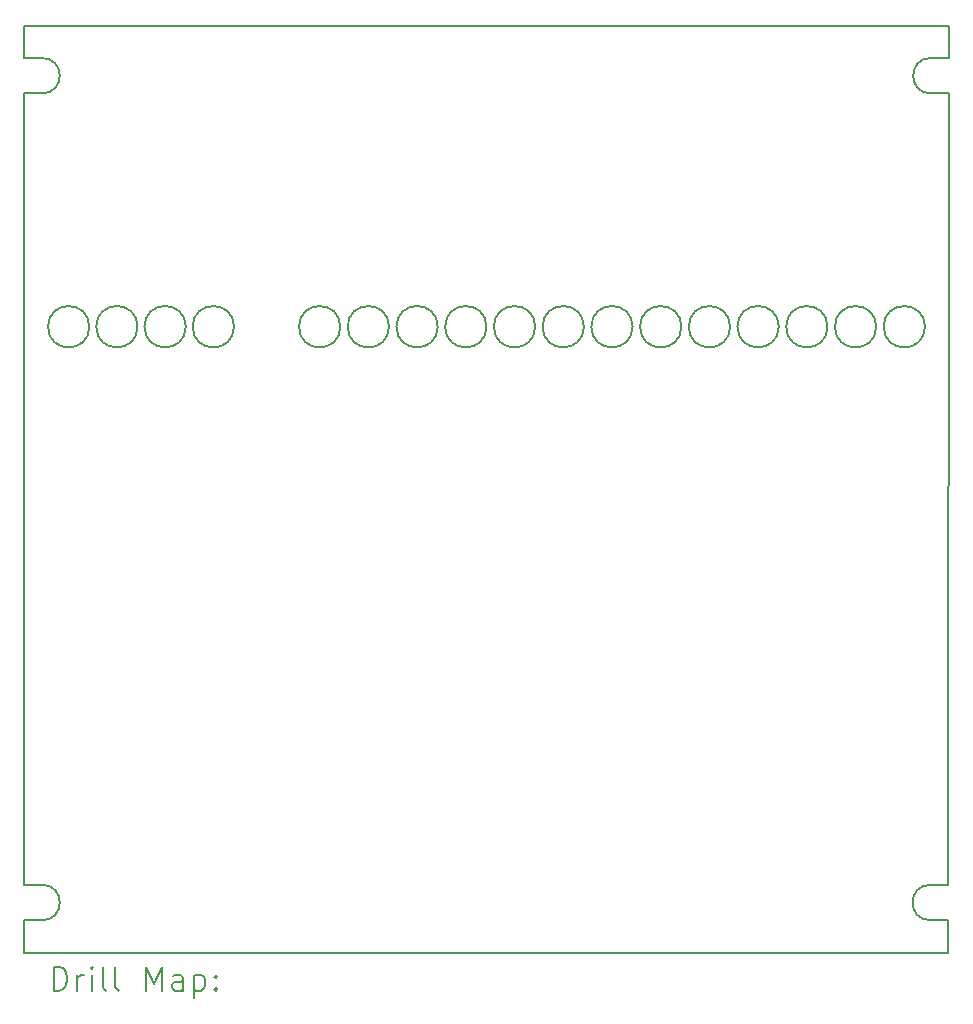
<source format=gbr>
%TF.GenerationSoftware,KiCad,Pcbnew,(6.0.8)*%
%TF.CreationDate,2022-11-26T12:48:54+01:00*%
%TF.ProjectId,50x70_tiny,35307837-305f-4746-996e-792e6b696361,rev?*%
%TF.SameCoordinates,Original*%
%TF.FileFunction,Drillmap*%
%TF.FilePolarity,Positive*%
%FSLAX45Y45*%
G04 Gerber Fmt 4.5, Leading zero omitted, Abs format (unit mm)*
G04 Created by KiCad (PCBNEW (6.0.8)) date 2022-11-26 12:48:54*
%MOMM*%
%LPD*%
G01*
G04 APERTURE LIST*
%ADD10C,0.200000*%
%ADD11C,0.150000*%
G04 APERTURE END LIST*
D10*
X10675000Y-7275000D02*
X10675000Y-7000000D01*
X18345000Y-14275000D02*
G75*
G03*
X18345000Y-14575000I0J-150000D01*
G01*
X18350000Y-7275000D02*
G75*
G03*
X18350000Y-7575000I0J-150000D01*
G01*
D11*
X15412500Y-9550000D02*
G75*
G03*
X15412500Y-9550000I-175000J0D01*
G01*
D10*
X18350000Y-7575000D02*
X18500000Y-7575000D01*
D11*
X12041667Y-9550000D02*
G75*
G03*
X12041667Y-9550000I-175000J0D01*
G01*
X13762500Y-9550000D02*
G75*
G03*
X13762500Y-9550000I-175000J0D01*
G01*
X13350000Y-9550000D02*
G75*
G03*
X13350000Y-9550000I-175000J0D01*
G01*
D10*
X18350000Y-7275000D02*
X18500000Y-7275000D01*
X18495000Y-14575000D02*
X18495000Y-14850000D01*
X10825000Y-7575000D02*
G75*
G03*
X10825000Y-7275000I0J150000D01*
G01*
D11*
X14587500Y-9550000D02*
G75*
G03*
X14587500Y-9550000I-175000J0D01*
G01*
X15000000Y-9550000D02*
G75*
G03*
X15000000Y-9550000I-175000J0D01*
G01*
D10*
X10675000Y-7000000D02*
X18500000Y-7000000D01*
X18345000Y-14275000D02*
X18495000Y-14275000D01*
D11*
X11633333Y-9550000D02*
G75*
G03*
X11633333Y-9550000I-175000J0D01*
G01*
D10*
X10675000Y-14275000D02*
X10675000Y-7575000D01*
D11*
X17887500Y-9550000D02*
G75*
G03*
X17887500Y-9550000I-175000J0D01*
G01*
D10*
X10825000Y-14575000D02*
G75*
G03*
X10825000Y-14275000I0J150000D01*
G01*
D11*
X18300000Y-9550000D02*
G75*
G03*
X18300000Y-9550000I-175000J0D01*
G01*
D10*
X10825000Y-7575000D02*
X10675000Y-7575000D01*
X18345000Y-14575000D02*
X18495000Y-14575000D01*
X10825000Y-14275000D02*
X10675000Y-14275000D01*
X18500000Y-7000000D02*
X18500000Y-7275000D01*
X18495000Y-14850000D02*
X10675000Y-14850000D01*
X18500000Y-7575000D02*
X18495000Y-14275000D01*
X10675000Y-14850000D02*
X10675000Y-14575000D01*
X10825000Y-14575000D02*
X10675000Y-14575000D01*
D11*
X16237500Y-9550000D02*
G75*
G03*
X16237500Y-9550000I-175000J0D01*
G01*
X11225000Y-9550000D02*
G75*
G03*
X11225000Y-9550000I-175000J0D01*
G01*
X17062500Y-9550000D02*
G75*
G03*
X17062500Y-9550000I-175000J0D01*
G01*
X14175000Y-9550000D02*
G75*
G03*
X14175000Y-9550000I-175000J0D01*
G01*
X17475000Y-9550000D02*
G75*
G03*
X17475000Y-9550000I-175000J0D01*
G01*
X12450000Y-9550000D02*
G75*
G03*
X12450000Y-9550000I-175000J0D01*
G01*
X16650000Y-9550000D02*
G75*
G03*
X16650000Y-9550000I-175000J0D01*
G01*
D10*
X10825000Y-7275000D02*
X10675000Y-7275000D01*
D11*
X15825000Y-9550000D02*
G75*
G03*
X15825000Y-9550000I-175000J0D01*
G01*
D10*
X10922619Y-15170476D02*
X10922619Y-14970476D01*
X10970238Y-14970476D01*
X10998810Y-14980000D01*
X11017857Y-14999048D01*
X11027381Y-15018095D01*
X11036905Y-15056190D01*
X11036905Y-15084762D01*
X11027381Y-15122857D01*
X11017857Y-15141905D01*
X10998810Y-15160952D01*
X10970238Y-15170476D01*
X10922619Y-15170476D01*
X11122619Y-15170476D02*
X11122619Y-15037143D01*
X11122619Y-15075238D02*
X11132143Y-15056190D01*
X11141667Y-15046667D01*
X11160714Y-15037143D01*
X11179762Y-15037143D01*
X11246428Y-15170476D02*
X11246428Y-15037143D01*
X11246428Y-14970476D02*
X11236905Y-14980000D01*
X11246428Y-14989524D01*
X11255952Y-14980000D01*
X11246428Y-14970476D01*
X11246428Y-14989524D01*
X11370238Y-15170476D02*
X11351190Y-15160952D01*
X11341667Y-15141905D01*
X11341667Y-14970476D01*
X11475000Y-15170476D02*
X11455952Y-15160952D01*
X11446428Y-15141905D01*
X11446428Y-14970476D01*
X11703571Y-15170476D02*
X11703571Y-14970476D01*
X11770238Y-15113333D01*
X11836905Y-14970476D01*
X11836905Y-15170476D01*
X12017857Y-15170476D02*
X12017857Y-15065714D01*
X12008333Y-15046667D01*
X11989286Y-15037143D01*
X11951190Y-15037143D01*
X11932143Y-15046667D01*
X12017857Y-15160952D02*
X11998809Y-15170476D01*
X11951190Y-15170476D01*
X11932143Y-15160952D01*
X11922619Y-15141905D01*
X11922619Y-15122857D01*
X11932143Y-15103809D01*
X11951190Y-15094286D01*
X11998809Y-15094286D01*
X12017857Y-15084762D01*
X12113095Y-15037143D02*
X12113095Y-15237143D01*
X12113095Y-15046667D02*
X12132143Y-15037143D01*
X12170238Y-15037143D01*
X12189286Y-15046667D01*
X12198809Y-15056190D01*
X12208333Y-15075238D01*
X12208333Y-15132381D01*
X12198809Y-15151428D01*
X12189286Y-15160952D01*
X12170238Y-15170476D01*
X12132143Y-15170476D01*
X12113095Y-15160952D01*
X12294048Y-15151428D02*
X12303571Y-15160952D01*
X12294048Y-15170476D01*
X12284524Y-15160952D01*
X12294048Y-15151428D01*
X12294048Y-15170476D01*
X12294048Y-15046667D02*
X12303571Y-15056190D01*
X12294048Y-15065714D01*
X12284524Y-15056190D01*
X12294048Y-15046667D01*
X12294048Y-15065714D01*
M02*

</source>
